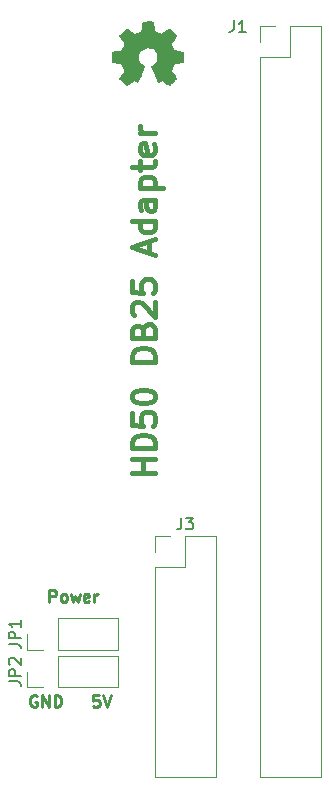
<source format=gto>
G04 #@! TF.FileFunction,Legend,Top*
%FSLAX46Y46*%
G04 Gerber Fmt 4.6, Leading zero omitted, Abs format (unit mm)*
G04 Created by KiCad (PCBNEW 4.0.7) date Mon Nov 20 01:04:48 2017*
%MOMM*%
%LPD*%
G01*
G04 APERTURE LIST*
%ADD10C,0.100000*%
%ADD11C,0.250000*%
%ADD12C,0.400000*%
%ADD13C,0.002540*%
%ADD14C,0.120000*%
%ADD15C,0.150000*%
G04 APERTURE END LIST*
D10*
D11*
X80756476Y-137930000D02*
X80661238Y-137882381D01*
X80518381Y-137882381D01*
X80375523Y-137930000D01*
X80280285Y-138025238D01*
X80232666Y-138120476D01*
X80185047Y-138310952D01*
X80185047Y-138453810D01*
X80232666Y-138644286D01*
X80280285Y-138739524D01*
X80375523Y-138834762D01*
X80518381Y-138882381D01*
X80613619Y-138882381D01*
X80756476Y-138834762D01*
X80804095Y-138787143D01*
X80804095Y-138453810D01*
X80613619Y-138453810D01*
X81232666Y-138882381D02*
X81232666Y-137882381D01*
X81804095Y-138882381D01*
X81804095Y-137882381D01*
X82280285Y-138882381D02*
X82280285Y-137882381D01*
X82518380Y-137882381D01*
X82661238Y-137930000D01*
X82756476Y-138025238D01*
X82804095Y-138120476D01*
X82851714Y-138310952D01*
X82851714Y-138453810D01*
X82804095Y-138644286D01*
X82756476Y-138739524D01*
X82661238Y-138834762D01*
X82518380Y-138882381D01*
X82280285Y-138882381D01*
X86042191Y-137882381D02*
X85566000Y-137882381D01*
X85518381Y-138358571D01*
X85566000Y-138310952D01*
X85661238Y-138263333D01*
X85899334Y-138263333D01*
X85994572Y-138310952D01*
X86042191Y-138358571D01*
X86089810Y-138453810D01*
X86089810Y-138691905D01*
X86042191Y-138787143D01*
X85994572Y-138834762D01*
X85899334Y-138882381D01*
X85661238Y-138882381D01*
X85566000Y-138834762D01*
X85518381Y-138787143D01*
X86375524Y-137882381D02*
X86708857Y-138882381D01*
X87042191Y-137882381D01*
D12*
X90821262Y-119066311D02*
X88821262Y-119066311D01*
X89773643Y-119066311D02*
X89773643Y-117923453D01*
X90821262Y-117923453D02*
X88821262Y-117923453D01*
X90821262Y-116971073D02*
X88821262Y-116971073D01*
X88821262Y-116494882D01*
X88916500Y-116209168D01*
X89106976Y-116018692D01*
X89297452Y-115923453D01*
X89678405Y-115828215D01*
X89964119Y-115828215D01*
X90345071Y-115923453D01*
X90535548Y-116018692D01*
X90726024Y-116209168D01*
X90821262Y-116494882D01*
X90821262Y-116971073D01*
X88821262Y-114018692D02*
X88821262Y-114971073D01*
X89773643Y-115066311D01*
X89678405Y-114971073D01*
X89583167Y-114780596D01*
X89583167Y-114304406D01*
X89678405Y-114113930D01*
X89773643Y-114018692D01*
X89964119Y-113923453D01*
X90440310Y-113923453D01*
X90630786Y-114018692D01*
X90726024Y-114113930D01*
X90821262Y-114304406D01*
X90821262Y-114780596D01*
X90726024Y-114971073D01*
X90630786Y-115066311D01*
X88821262Y-112685358D02*
X88821262Y-112494882D01*
X88916500Y-112304406D01*
X89011738Y-112209168D01*
X89202214Y-112113930D01*
X89583167Y-112018691D01*
X90059357Y-112018691D01*
X90440310Y-112113930D01*
X90630786Y-112209168D01*
X90726024Y-112304406D01*
X90821262Y-112494882D01*
X90821262Y-112685358D01*
X90726024Y-112875834D01*
X90630786Y-112971072D01*
X90440310Y-113066311D01*
X90059357Y-113161549D01*
X89583167Y-113161549D01*
X89202214Y-113066311D01*
X89011738Y-112971072D01*
X88916500Y-112875834D01*
X88821262Y-112685358D01*
X90821262Y-109637739D02*
X88821262Y-109637739D01*
X88821262Y-109161548D01*
X88916500Y-108875834D01*
X89106976Y-108685358D01*
X89297452Y-108590119D01*
X89678405Y-108494881D01*
X89964119Y-108494881D01*
X90345071Y-108590119D01*
X90535548Y-108685358D01*
X90726024Y-108875834D01*
X90821262Y-109161548D01*
X90821262Y-109637739D01*
X89773643Y-106971072D02*
X89868881Y-106685358D01*
X89964119Y-106590119D01*
X90154595Y-106494881D01*
X90440310Y-106494881D01*
X90630786Y-106590119D01*
X90726024Y-106685358D01*
X90821262Y-106875834D01*
X90821262Y-107637739D01*
X88821262Y-107637739D01*
X88821262Y-106971072D01*
X88916500Y-106780596D01*
X89011738Y-106685358D01*
X89202214Y-106590119D01*
X89392690Y-106590119D01*
X89583167Y-106685358D01*
X89678405Y-106780596D01*
X89773643Y-106971072D01*
X89773643Y-107637739D01*
X89011738Y-105732977D02*
X88916500Y-105637739D01*
X88821262Y-105447262D01*
X88821262Y-104971072D01*
X88916500Y-104780596D01*
X89011738Y-104685358D01*
X89202214Y-104590119D01*
X89392690Y-104590119D01*
X89678405Y-104685358D01*
X90821262Y-105828215D01*
X90821262Y-104590119D01*
X88821262Y-102780596D02*
X88821262Y-103732977D01*
X89773643Y-103828215D01*
X89678405Y-103732977D01*
X89583167Y-103542500D01*
X89583167Y-103066310D01*
X89678405Y-102875834D01*
X89773643Y-102780596D01*
X89964119Y-102685357D01*
X90440310Y-102685357D01*
X90630786Y-102780596D01*
X90726024Y-102875834D01*
X90821262Y-103066310D01*
X90821262Y-103542500D01*
X90726024Y-103732977D01*
X90630786Y-103828215D01*
X90249833Y-100399643D02*
X90249833Y-99447262D01*
X90821262Y-100590119D02*
X88821262Y-99923452D01*
X90821262Y-99256785D01*
X90821262Y-97732976D02*
X88821262Y-97732976D01*
X90726024Y-97732976D02*
X90821262Y-97923452D01*
X90821262Y-98304404D01*
X90726024Y-98494880D01*
X90630786Y-98590119D01*
X90440310Y-98685357D01*
X89868881Y-98685357D01*
X89678405Y-98590119D01*
X89583167Y-98494880D01*
X89487929Y-98304404D01*
X89487929Y-97923452D01*
X89583167Y-97732976D01*
X90821262Y-95923452D02*
X89773643Y-95923452D01*
X89583167Y-96018690D01*
X89487929Y-96209166D01*
X89487929Y-96590118D01*
X89583167Y-96780595D01*
X90726024Y-95923452D02*
X90821262Y-96113928D01*
X90821262Y-96590118D01*
X90726024Y-96780595D01*
X90535548Y-96875833D01*
X90345071Y-96875833D01*
X90154595Y-96780595D01*
X90059357Y-96590118D01*
X90059357Y-96113928D01*
X89964119Y-95923452D01*
X89487929Y-94971071D02*
X91487929Y-94971071D01*
X89583167Y-94971071D02*
X89487929Y-94780594D01*
X89487929Y-94399642D01*
X89583167Y-94209166D01*
X89678405Y-94113928D01*
X89868881Y-94018690D01*
X90440310Y-94018690D01*
X90630786Y-94113928D01*
X90726024Y-94209166D01*
X90821262Y-94399642D01*
X90821262Y-94780594D01*
X90726024Y-94971071D01*
X89487929Y-93447261D02*
X89487929Y-92685356D01*
X88821262Y-93161547D02*
X90535548Y-93161547D01*
X90726024Y-93066308D01*
X90821262Y-92875832D01*
X90821262Y-92685356D01*
X90726024Y-91256785D02*
X90821262Y-91447261D01*
X90821262Y-91828213D01*
X90726024Y-92018690D01*
X90535548Y-92113928D01*
X89773643Y-92113928D01*
X89583167Y-92018690D01*
X89487929Y-91828213D01*
X89487929Y-91447261D01*
X89583167Y-91256785D01*
X89773643Y-91161547D01*
X89964119Y-91161547D01*
X90154595Y-92113928D01*
X90821262Y-90304404D02*
X89487929Y-90304404D01*
X89868881Y-90304404D02*
X89678405Y-90209165D01*
X89583167Y-90113927D01*
X89487929Y-89923451D01*
X89487929Y-89732975D01*
D11*
X81843809Y-129992381D02*
X81843809Y-128992381D01*
X82224762Y-128992381D01*
X82320000Y-129040000D01*
X82367619Y-129087619D01*
X82415238Y-129182857D01*
X82415238Y-129325714D01*
X82367619Y-129420952D01*
X82320000Y-129468571D01*
X82224762Y-129516190D01*
X81843809Y-129516190D01*
X82986666Y-129992381D02*
X82891428Y-129944762D01*
X82843809Y-129897143D01*
X82796190Y-129801905D01*
X82796190Y-129516190D01*
X82843809Y-129420952D01*
X82891428Y-129373333D01*
X82986666Y-129325714D01*
X83129524Y-129325714D01*
X83224762Y-129373333D01*
X83272381Y-129420952D01*
X83320000Y-129516190D01*
X83320000Y-129801905D01*
X83272381Y-129897143D01*
X83224762Y-129944762D01*
X83129524Y-129992381D01*
X82986666Y-129992381D01*
X83653333Y-129325714D02*
X83843809Y-129992381D01*
X84034286Y-129516190D01*
X84224762Y-129992381D01*
X84415238Y-129325714D01*
X85177143Y-129944762D02*
X85081905Y-129992381D01*
X84891428Y-129992381D01*
X84796190Y-129944762D01*
X84748571Y-129849524D01*
X84748571Y-129468571D01*
X84796190Y-129373333D01*
X84891428Y-129325714D01*
X85081905Y-129325714D01*
X85177143Y-129373333D01*
X85224762Y-129468571D01*
X85224762Y-129563810D01*
X84748571Y-129659048D01*
X85653333Y-129992381D02*
X85653333Y-129325714D01*
X85653333Y-129516190D02*
X85700952Y-129420952D01*
X85748571Y-129373333D01*
X85843809Y-129325714D01*
X85939048Y-129325714D01*
D13*
G36*
X88347860Y-86237440D02*
X88380880Y-86219660D01*
X88449460Y-86176480D01*
X88551060Y-86110440D01*
X88667900Y-86031700D01*
X88787280Y-85950420D01*
X88886340Y-85884380D01*
X88954920Y-85841200D01*
X88982860Y-85825960D01*
X88998100Y-85831040D01*
X89053980Y-85858980D01*
X89135260Y-85902160D01*
X89183520Y-85925020D01*
X89259720Y-85958040D01*
X89295280Y-85965660D01*
X89302900Y-85955500D01*
X89330840Y-85897080D01*
X89374020Y-85798020D01*
X89429900Y-85668480D01*
X89495940Y-85516080D01*
X89564520Y-85350980D01*
X89633100Y-85183340D01*
X89699140Y-85025860D01*
X89760100Y-84881080D01*
X89805820Y-84764240D01*
X89836300Y-84682960D01*
X89849000Y-84647400D01*
X89843920Y-84639780D01*
X89808360Y-84604220D01*
X89742320Y-84555960D01*
X89600080Y-84439120D01*
X89460380Y-84263860D01*
X89374020Y-84065740D01*
X89346080Y-83844760D01*
X89368940Y-83641560D01*
X89450220Y-83445980D01*
X89587380Y-83268180D01*
X89755020Y-83136100D01*
X89948060Y-83054820D01*
X90166500Y-83026880D01*
X90374780Y-83049740D01*
X90575440Y-83128480D01*
X90753240Y-83263100D01*
X90826900Y-83349460D01*
X90931040Y-83529800D01*
X90989460Y-83720300D01*
X90994540Y-83768560D01*
X90986920Y-83979380D01*
X90923420Y-84182580D01*
X90814200Y-84362920D01*
X90659260Y-84510240D01*
X90638940Y-84525480D01*
X90567820Y-84578820D01*
X90519560Y-84614380D01*
X90481460Y-84644860D01*
X90750700Y-85292560D01*
X90793880Y-85394160D01*
X90867540Y-85569420D01*
X90931040Y-85721820D01*
X90984380Y-85843740D01*
X91019940Y-85925020D01*
X91035180Y-85958040D01*
X91037720Y-85958040D01*
X91060580Y-85963120D01*
X91108840Y-85945340D01*
X91200280Y-85902160D01*
X91258700Y-85871680D01*
X91327280Y-85838660D01*
X91357760Y-85825960D01*
X91385700Y-85838660D01*
X91451740Y-85881840D01*
X91545720Y-85947880D01*
X91662560Y-86024080D01*
X91771780Y-86100280D01*
X91873380Y-86166320D01*
X91947040Y-86214580D01*
X91982600Y-86232360D01*
X91987680Y-86232360D01*
X92020700Y-86214580D01*
X92079120Y-86166320D01*
X92165480Y-86082500D01*
X92289940Y-85960580D01*
X92310260Y-85942800D01*
X92411860Y-85838660D01*
X92495680Y-85749760D01*
X92551560Y-85688800D01*
X92571880Y-85660860D01*
X92571880Y-85660860D01*
X92551560Y-85625300D01*
X92505840Y-85551640D01*
X92439800Y-85450040D01*
X92358520Y-85328120D01*
X92142620Y-85018240D01*
X92262000Y-84726140D01*
X92297560Y-84634700D01*
X92343280Y-84525480D01*
X92376300Y-84449280D01*
X92394080Y-84413720D01*
X92427100Y-84403560D01*
X92505840Y-84383240D01*
X92622680Y-84360380D01*
X92762380Y-84334980D01*
X92894460Y-84309580D01*
X93013840Y-84286720D01*
X93100200Y-84271480D01*
X93138300Y-84263860D01*
X93148460Y-84256240D01*
X93156080Y-84238460D01*
X93161160Y-84197820D01*
X93163700Y-84124160D01*
X93166240Y-84009860D01*
X93166240Y-83844760D01*
X93166240Y-83826980D01*
X93163700Y-83669500D01*
X93161160Y-83545040D01*
X93156080Y-83463760D01*
X93151000Y-83430740D01*
X93151000Y-83430740D01*
X93112900Y-83420580D01*
X93029080Y-83402800D01*
X92909700Y-83379940D01*
X92767460Y-83352000D01*
X92757300Y-83352000D01*
X92615060Y-83324060D01*
X92498220Y-83298660D01*
X92414400Y-83280880D01*
X92378840Y-83268180D01*
X92371220Y-83258020D01*
X92343280Y-83202140D01*
X92302640Y-83115780D01*
X92254380Y-83009100D01*
X92208660Y-82897340D01*
X92168020Y-82795740D01*
X92142620Y-82722080D01*
X92135000Y-82686520D01*
X92135000Y-82686520D01*
X92155320Y-82653500D01*
X92203580Y-82579840D01*
X92274700Y-82478240D01*
X92355980Y-82356320D01*
X92363600Y-82346160D01*
X92444880Y-82226780D01*
X92510920Y-82125180D01*
X92554100Y-82054060D01*
X92571880Y-82021040D01*
X92571880Y-82018500D01*
X92543940Y-81982940D01*
X92482980Y-81914360D01*
X92394080Y-81822920D01*
X92289940Y-81718780D01*
X92256920Y-81685760D01*
X92140080Y-81571460D01*
X92058800Y-81497800D01*
X92008000Y-81457160D01*
X91985140Y-81447000D01*
X91982600Y-81449540D01*
X91947040Y-81469860D01*
X91870840Y-81520660D01*
X91769240Y-81589240D01*
X91647320Y-81673060D01*
X91639700Y-81678140D01*
X91517780Y-81759420D01*
X91418720Y-81828000D01*
X91347600Y-81873720D01*
X91317120Y-81891500D01*
X91312040Y-81891500D01*
X91263780Y-81878800D01*
X91177420Y-81848320D01*
X91073280Y-81807680D01*
X90961520Y-81764500D01*
X90859920Y-81721320D01*
X90786260Y-81685760D01*
X90750700Y-81665440D01*
X90748160Y-81665440D01*
X90735460Y-81622260D01*
X90715140Y-81530820D01*
X90689740Y-81408900D01*
X90661800Y-81261580D01*
X90656720Y-81238720D01*
X90631320Y-81093940D01*
X90608460Y-80977100D01*
X90590680Y-80895820D01*
X90583060Y-80860260D01*
X90562740Y-80857720D01*
X90491620Y-80852640D01*
X90384940Y-80847560D01*
X90255400Y-80847560D01*
X90120780Y-80847560D01*
X89988700Y-80850100D01*
X89876940Y-80855180D01*
X89795660Y-80860260D01*
X89760100Y-80867880D01*
X89760100Y-80870420D01*
X89747400Y-80913600D01*
X89727080Y-81002500D01*
X89701680Y-81126960D01*
X89673740Y-81274280D01*
X89668660Y-81302220D01*
X89643260Y-81444460D01*
X89617860Y-81561300D01*
X89600080Y-81640040D01*
X89592460Y-81673060D01*
X89579760Y-81678140D01*
X89521340Y-81706080D01*
X89424820Y-81744180D01*
X89305440Y-81792440D01*
X89031120Y-81904200D01*
X88695840Y-81673060D01*
X88665360Y-81652740D01*
X88543440Y-81568920D01*
X88444380Y-81502880D01*
X88373260Y-81459700D01*
X88345320Y-81441920D01*
X88342780Y-81444460D01*
X88309760Y-81472400D01*
X88243720Y-81535900D01*
X88152280Y-81624800D01*
X88045600Y-81728940D01*
X87966860Y-81807680D01*
X87875420Y-81901660D01*
X87817000Y-81965160D01*
X87783980Y-82005800D01*
X87771280Y-82031200D01*
X87776360Y-82048980D01*
X87796680Y-82082000D01*
X87847480Y-82155660D01*
X87916060Y-82259800D01*
X87997340Y-82376640D01*
X88065920Y-82478240D01*
X88139580Y-82590000D01*
X88185300Y-82671280D01*
X88203080Y-82709380D01*
X88198000Y-82727160D01*
X88175140Y-82793200D01*
X88134500Y-82892260D01*
X88083700Y-83011640D01*
X87966860Y-83278340D01*
X87791600Y-83311360D01*
X87687460Y-83331680D01*
X87537600Y-83359620D01*
X87395360Y-83387560D01*
X87174380Y-83430740D01*
X87166760Y-84241000D01*
X87202320Y-84256240D01*
X87235340Y-84266400D01*
X87316620Y-84284180D01*
X87433460Y-84307040D01*
X87570620Y-84332440D01*
X87690000Y-84355300D01*
X87806840Y-84378160D01*
X87893200Y-84393400D01*
X87931300Y-84401020D01*
X87938920Y-84413720D01*
X87969400Y-84472140D01*
X88012580Y-84563580D01*
X88058300Y-84672800D01*
X88106560Y-84787100D01*
X88147200Y-84891240D01*
X88177680Y-84972520D01*
X88187840Y-85013160D01*
X88172600Y-85043640D01*
X88126880Y-85114760D01*
X88060840Y-85213820D01*
X87982100Y-85330660D01*
X87900820Y-85450040D01*
X87832240Y-85549100D01*
X87783980Y-85622760D01*
X87766200Y-85655780D01*
X87776360Y-85678640D01*
X87822080Y-85734520D01*
X87910980Y-85825960D01*
X88043060Y-85958040D01*
X88065920Y-85978360D01*
X88170060Y-86079960D01*
X88258960Y-86161240D01*
X88319920Y-86217120D01*
X88347860Y-86237440D01*
X88347860Y-86237440D01*
G37*
X88347860Y-86237440D02*
X88380880Y-86219660D01*
X88449460Y-86176480D01*
X88551060Y-86110440D01*
X88667900Y-86031700D01*
X88787280Y-85950420D01*
X88886340Y-85884380D01*
X88954920Y-85841200D01*
X88982860Y-85825960D01*
X88998100Y-85831040D01*
X89053980Y-85858980D01*
X89135260Y-85902160D01*
X89183520Y-85925020D01*
X89259720Y-85958040D01*
X89295280Y-85965660D01*
X89302900Y-85955500D01*
X89330840Y-85897080D01*
X89374020Y-85798020D01*
X89429900Y-85668480D01*
X89495940Y-85516080D01*
X89564520Y-85350980D01*
X89633100Y-85183340D01*
X89699140Y-85025860D01*
X89760100Y-84881080D01*
X89805820Y-84764240D01*
X89836300Y-84682960D01*
X89849000Y-84647400D01*
X89843920Y-84639780D01*
X89808360Y-84604220D01*
X89742320Y-84555960D01*
X89600080Y-84439120D01*
X89460380Y-84263860D01*
X89374020Y-84065740D01*
X89346080Y-83844760D01*
X89368940Y-83641560D01*
X89450220Y-83445980D01*
X89587380Y-83268180D01*
X89755020Y-83136100D01*
X89948060Y-83054820D01*
X90166500Y-83026880D01*
X90374780Y-83049740D01*
X90575440Y-83128480D01*
X90753240Y-83263100D01*
X90826900Y-83349460D01*
X90931040Y-83529800D01*
X90989460Y-83720300D01*
X90994540Y-83768560D01*
X90986920Y-83979380D01*
X90923420Y-84182580D01*
X90814200Y-84362920D01*
X90659260Y-84510240D01*
X90638940Y-84525480D01*
X90567820Y-84578820D01*
X90519560Y-84614380D01*
X90481460Y-84644860D01*
X90750700Y-85292560D01*
X90793880Y-85394160D01*
X90867540Y-85569420D01*
X90931040Y-85721820D01*
X90984380Y-85843740D01*
X91019940Y-85925020D01*
X91035180Y-85958040D01*
X91037720Y-85958040D01*
X91060580Y-85963120D01*
X91108840Y-85945340D01*
X91200280Y-85902160D01*
X91258700Y-85871680D01*
X91327280Y-85838660D01*
X91357760Y-85825960D01*
X91385700Y-85838660D01*
X91451740Y-85881840D01*
X91545720Y-85947880D01*
X91662560Y-86024080D01*
X91771780Y-86100280D01*
X91873380Y-86166320D01*
X91947040Y-86214580D01*
X91982600Y-86232360D01*
X91987680Y-86232360D01*
X92020700Y-86214580D01*
X92079120Y-86166320D01*
X92165480Y-86082500D01*
X92289940Y-85960580D01*
X92310260Y-85942800D01*
X92411860Y-85838660D01*
X92495680Y-85749760D01*
X92551560Y-85688800D01*
X92571880Y-85660860D01*
X92571880Y-85660860D01*
X92551560Y-85625300D01*
X92505840Y-85551640D01*
X92439800Y-85450040D01*
X92358520Y-85328120D01*
X92142620Y-85018240D01*
X92262000Y-84726140D01*
X92297560Y-84634700D01*
X92343280Y-84525480D01*
X92376300Y-84449280D01*
X92394080Y-84413720D01*
X92427100Y-84403560D01*
X92505840Y-84383240D01*
X92622680Y-84360380D01*
X92762380Y-84334980D01*
X92894460Y-84309580D01*
X93013840Y-84286720D01*
X93100200Y-84271480D01*
X93138300Y-84263860D01*
X93148460Y-84256240D01*
X93156080Y-84238460D01*
X93161160Y-84197820D01*
X93163700Y-84124160D01*
X93166240Y-84009860D01*
X93166240Y-83844760D01*
X93166240Y-83826980D01*
X93163700Y-83669500D01*
X93161160Y-83545040D01*
X93156080Y-83463760D01*
X93151000Y-83430740D01*
X93151000Y-83430740D01*
X93112900Y-83420580D01*
X93029080Y-83402800D01*
X92909700Y-83379940D01*
X92767460Y-83352000D01*
X92757300Y-83352000D01*
X92615060Y-83324060D01*
X92498220Y-83298660D01*
X92414400Y-83280880D01*
X92378840Y-83268180D01*
X92371220Y-83258020D01*
X92343280Y-83202140D01*
X92302640Y-83115780D01*
X92254380Y-83009100D01*
X92208660Y-82897340D01*
X92168020Y-82795740D01*
X92142620Y-82722080D01*
X92135000Y-82686520D01*
X92135000Y-82686520D01*
X92155320Y-82653500D01*
X92203580Y-82579840D01*
X92274700Y-82478240D01*
X92355980Y-82356320D01*
X92363600Y-82346160D01*
X92444880Y-82226780D01*
X92510920Y-82125180D01*
X92554100Y-82054060D01*
X92571880Y-82021040D01*
X92571880Y-82018500D01*
X92543940Y-81982940D01*
X92482980Y-81914360D01*
X92394080Y-81822920D01*
X92289940Y-81718780D01*
X92256920Y-81685760D01*
X92140080Y-81571460D01*
X92058800Y-81497800D01*
X92008000Y-81457160D01*
X91985140Y-81447000D01*
X91982600Y-81449540D01*
X91947040Y-81469860D01*
X91870840Y-81520660D01*
X91769240Y-81589240D01*
X91647320Y-81673060D01*
X91639700Y-81678140D01*
X91517780Y-81759420D01*
X91418720Y-81828000D01*
X91347600Y-81873720D01*
X91317120Y-81891500D01*
X91312040Y-81891500D01*
X91263780Y-81878800D01*
X91177420Y-81848320D01*
X91073280Y-81807680D01*
X90961520Y-81764500D01*
X90859920Y-81721320D01*
X90786260Y-81685760D01*
X90750700Y-81665440D01*
X90748160Y-81665440D01*
X90735460Y-81622260D01*
X90715140Y-81530820D01*
X90689740Y-81408900D01*
X90661800Y-81261580D01*
X90656720Y-81238720D01*
X90631320Y-81093940D01*
X90608460Y-80977100D01*
X90590680Y-80895820D01*
X90583060Y-80860260D01*
X90562740Y-80857720D01*
X90491620Y-80852640D01*
X90384940Y-80847560D01*
X90255400Y-80847560D01*
X90120780Y-80847560D01*
X89988700Y-80850100D01*
X89876940Y-80855180D01*
X89795660Y-80860260D01*
X89760100Y-80867880D01*
X89760100Y-80870420D01*
X89747400Y-80913600D01*
X89727080Y-81002500D01*
X89701680Y-81126960D01*
X89673740Y-81274280D01*
X89668660Y-81302220D01*
X89643260Y-81444460D01*
X89617860Y-81561300D01*
X89600080Y-81640040D01*
X89592460Y-81673060D01*
X89579760Y-81678140D01*
X89521340Y-81706080D01*
X89424820Y-81744180D01*
X89305440Y-81792440D01*
X89031120Y-81904200D01*
X88695840Y-81673060D01*
X88665360Y-81652740D01*
X88543440Y-81568920D01*
X88444380Y-81502880D01*
X88373260Y-81459700D01*
X88345320Y-81441920D01*
X88342780Y-81444460D01*
X88309760Y-81472400D01*
X88243720Y-81535900D01*
X88152280Y-81624800D01*
X88045600Y-81728940D01*
X87966860Y-81807680D01*
X87875420Y-81901660D01*
X87817000Y-81965160D01*
X87783980Y-82005800D01*
X87771280Y-82031200D01*
X87776360Y-82048980D01*
X87796680Y-82082000D01*
X87847480Y-82155660D01*
X87916060Y-82259800D01*
X87997340Y-82376640D01*
X88065920Y-82478240D01*
X88139580Y-82590000D01*
X88185300Y-82671280D01*
X88203080Y-82709380D01*
X88198000Y-82727160D01*
X88175140Y-82793200D01*
X88134500Y-82892260D01*
X88083700Y-83011640D01*
X87966860Y-83278340D01*
X87791600Y-83311360D01*
X87687460Y-83331680D01*
X87537600Y-83359620D01*
X87395360Y-83387560D01*
X87174380Y-83430740D01*
X87166760Y-84241000D01*
X87202320Y-84256240D01*
X87235340Y-84266400D01*
X87316620Y-84284180D01*
X87433460Y-84307040D01*
X87570620Y-84332440D01*
X87690000Y-84355300D01*
X87806840Y-84378160D01*
X87893200Y-84393400D01*
X87931300Y-84401020D01*
X87938920Y-84413720D01*
X87969400Y-84472140D01*
X88012580Y-84563580D01*
X88058300Y-84672800D01*
X88106560Y-84787100D01*
X88147200Y-84891240D01*
X88177680Y-84972520D01*
X88187840Y-85013160D01*
X88172600Y-85043640D01*
X88126880Y-85114760D01*
X88060840Y-85213820D01*
X87982100Y-85330660D01*
X87900820Y-85450040D01*
X87832240Y-85549100D01*
X87783980Y-85622760D01*
X87766200Y-85655780D01*
X87776360Y-85678640D01*
X87822080Y-85734520D01*
X87910980Y-85825960D01*
X88043060Y-85958040D01*
X88065920Y-85978360D01*
X88170060Y-86079960D01*
X88258960Y-86161240D01*
X88319920Y-86217120D01*
X88347860Y-86237440D01*
D14*
X99635000Y-144840000D02*
X104835000Y-144840000D01*
X99635000Y-83820000D02*
X99635000Y-144840000D01*
X104835000Y-81220000D02*
X104835000Y-144840000D01*
X99635000Y-83820000D02*
X102235000Y-83820000D01*
X102235000Y-83820000D02*
X102235000Y-81220000D01*
X102235000Y-81220000D02*
X104835000Y-81220000D01*
X99635000Y-82550000D02*
X99635000Y-81220000D01*
X99635000Y-81220000D02*
X100965000Y-81220000D01*
X87690000Y-134045000D02*
X87690000Y-131385000D01*
X82550000Y-134045000D02*
X87690000Y-134045000D01*
X82550000Y-131385000D02*
X87690000Y-131385000D01*
X82550000Y-134045000D02*
X82550000Y-131385000D01*
X81280000Y-134045000D02*
X79950000Y-134045000D01*
X79950000Y-134045000D02*
X79950000Y-132715000D01*
X90745000Y-144840000D02*
X95945000Y-144840000D01*
X90745000Y-127000000D02*
X90745000Y-144840000D01*
X95945000Y-124400000D02*
X95945000Y-144840000D01*
X90745000Y-127000000D02*
X93345000Y-127000000D01*
X93345000Y-127000000D02*
X93345000Y-124400000D01*
X93345000Y-124400000D02*
X95945000Y-124400000D01*
X90745000Y-125730000D02*
X90745000Y-124400000D01*
X90745000Y-124400000D02*
X92075000Y-124400000D01*
X87690000Y-137220000D02*
X87690000Y-134560000D01*
X82550000Y-137220000D02*
X87690000Y-137220000D01*
X82550000Y-134560000D02*
X87690000Y-134560000D01*
X82550000Y-137220000D02*
X82550000Y-134560000D01*
X81280000Y-137220000D02*
X79950000Y-137220000D01*
X79950000Y-137220000D02*
X79950000Y-135890000D01*
D15*
X97456667Y-80732381D02*
X97456667Y-81446667D01*
X97409047Y-81589524D01*
X97313809Y-81684762D01*
X97170952Y-81732381D01*
X97075714Y-81732381D01*
X98456667Y-81732381D02*
X97885238Y-81732381D01*
X98170952Y-81732381D02*
X98170952Y-80732381D01*
X98075714Y-80875238D01*
X97980476Y-80970476D01*
X97885238Y-81018095D01*
X78402381Y-133548333D02*
X79116667Y-133548333D01*
X79259524Y-133595953D01*
X79354762Y-133691191D01*
X79402381Y-133834048D01*
X79402381Y-133929286D01*
X79402381Y-133072143D02*
X78402381Y-133072143D01*
X78402381Y-132691190D01*
X78450000Y-132595952D01*
X78497619Y-132548333D01*
X78592857Y-132500714D01*
X78735714Y-132500714D01*
X78830952Y-132548333D01*
X78878571Y-132595952D01*
X78926190Y-132691190D01*
X78926190Y-133072143D01*
X79402381Y-131548333D02*
X79402381Y-132119762D01*
X79402381Y-131834048D02*
X78402381Y-131834048D01*
X78545238Y-131929286D01*
X78640476Y-132024524D01*
X78688095Y-132119762D01*
X93011667Y-122852381D02*
X93011667Y-123566667D01*
X92964047Y-123709524D01*
X92868809Y-123804762D01*
X92725952Y-123852381D01*
X92630714Y-123852381D01*
X93392619Y-122852381D02*
X94011667Y-122852381D01*
X93678333Y-123233333D01*
X93821191Y-123233333D01*
X93916429Y-123280952D01*
X93964048Y-123328571D01*
X94011667Y-123423810D01*
X94011667Y-123661905D01*
X93964048Y-123757143D01*
X93916429Y-123804762D01*
X93821191Y-123852381D01*
X93535476Y-123852381D01*
X93440238Y-123804762D01*
X93392619Y-123757143D01*
X78402381Y-136723333D02*
X79116667Y-136723333D01*
X79259524Y-136770953D01*
X79354762Y-136866191D01*
X79402381Y-137009048D01*
X79402381Y-137104286D01*
X79402381Y-136247143D02*
X78402381Y-136247143D01*
X78402381Y-135866190D01*
X78450000Y-135770952D01*
X78497619Y-135723333D01*
X78592857Y-135675714D01*
X78735714Y-135675714D01*
X78830952Y-135723333D01*
X78878571Y-135770952D01*
X78926190Y-135866190D01*
X78926190Y-136247143D01*
X78497619Y-135294762D02*
X78450000Y-135247143D01*
X78402381Y-135151905D01*
X78402381Y-134913809D01*
X78450000Y-134818571D01*
X78497619Y-134770952D01*
X78592857Y-134723333D01*
X78688095Y-134723333D01*
X78830952Y-134770952D01*
X79402381Y-135342381D01*
X79402381Y-134723333D01*
M02*

</source>
